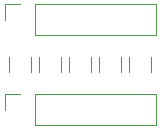
<source format=gbr>
G04 #@! TF.GenerationSoftware,KiCad,Pcbnew,5.0.2-bee76a0~70~ubuntu18.04.1*
G04 #@! TF.CreationDate,2019-03-08T21:32:13-05:00*
G04 #@! TF.ProjectId,r1206,72313230-362e-46b6-9963-61645f706362,rev?*
G04 #@! TF.SameCoordinates,Original*
G04 #@! TF.FileFunction,Legend,Bot*
G04 #@! TF.FilePolarity,Positive*
%FSLAX46Y46*%
G04 Gerber Fmt 4.6, Leading zero omitted, Abs format (unit mm)*
G04 Created by KiCad (PCBNEW 5.0.2-bee76a0~70~ubuntu18.04.1) date Fri 08 Mar 2019 21:32:13 EST*
%MOMM*%
%LPD*%
G01*
G04 APERTURE LIST*
%ADD10C,0.120000*%
G04 APERTURE END LIST*
D10*
G04 #@! TO.C,J6*
X24070000Y-24070000D02*
X24070000Y-25400000D01*
X25400000Y-24070000D02*
X24070000Y-24070000D01*
X26670000Y-24070000D02*
X26670000Y-26730000D01*
X26670000Y-26730000D02*
X36890000Y-26730000D01*
X26670000Y-24070000D02*
X36890000Y-24070000D01*
X36890000Y-24070000D02*
X36890000Y-26730000D01*
G04 #@! TO.C,R3*
X31390000Y-28607936D02*
X31390000Y-29812064D01*
X29570000Y-28607936D02*
X29570000Y-29812064D01*
G04 #@! TO.C,R2*
X28850000Y-28607936D02*
X28850000Y-29812064D01*
X27030000Y-28607936D02*
X27030000Y-29812064D01*
G04 #@! TO.C,R5*
X36470000Y-28607936D02*
X36470000Y-29812064D01*
X34650000Y-28607936D02*
X34650000Y-29812064D01*
G04 #@! TO.C,J8*
X24070000Y-31690000D02*
X24070000Y-33020000D01*
X25400000Y-31690000D02*
X24070000Y-31690000D01*
X26670000Y-31690000D02*
X26670000Y-34350000D01*
X26670000Y-34350000D02*
X36890000Y-34350000D01*
X26670000Y-31690000D02*
X36890000Y-31690000D01*
X36890000Y-31690000D02*
X36890000Y-34350000D01*
G04 #@! TO.C,R4*
X33930000Y-28607936D02*
X33930000Y-29812064D01*
X32110000Y-28607936D02*
X32110000Y-29812064D01*
G04 #@! TO.C,R1*
X26310000Y-28607936D02*
X26310000Y-29812064D01*
X24490000Y-28607936D02*
X24490000Y-29812064D01*
G04 #@! TD*
M02*

</source>
